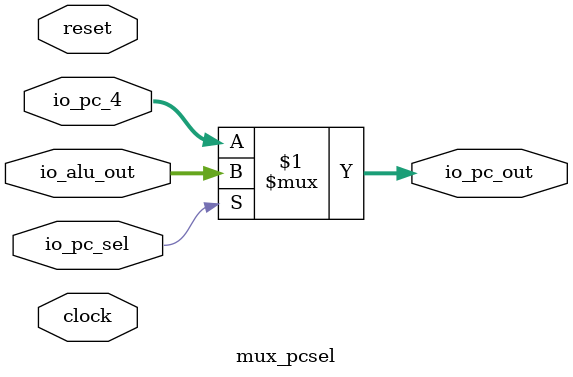
<source format=v>
module mux_pcsel(
  input         clock,
  input         reset,
  input  [31:0] io_pc_4,
  input  [31:0] io_alu_out,
  input         io_pc_sel,
  output [31:0] io_pc_out
);
  assign io_pc_out = io_pc_sel ? io_alu_out : io_pc_4; // @[mux_pcsel.scala 21:19]
endmodule

</source>
